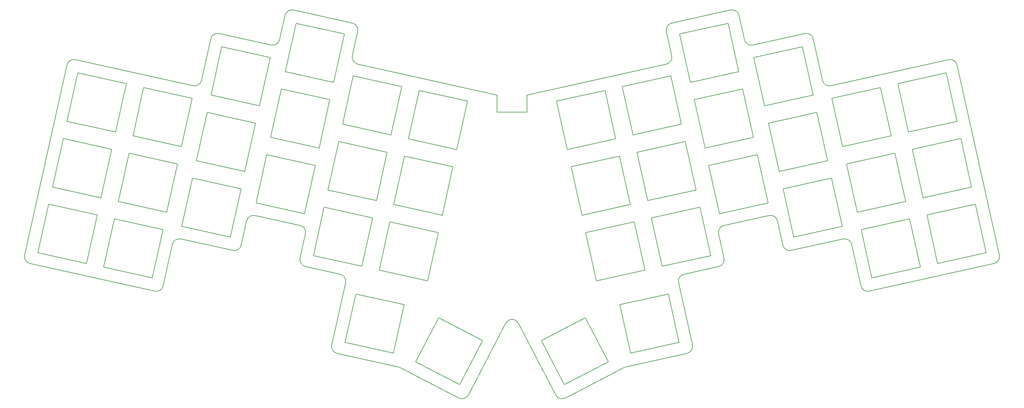
<source format=gbr>
%TF.GenerationSoftware,KiCad,Pcbnew,8.0.7*%
%TF.CreationDate,2025-03-02T17:27:45+01:00*%
%TF.ProjectId,switchplate,73776974-6368-4706-9c61-74652e6b6963,v1.0.0*%
%TF.SameCoordinates,Original*%
%TF.FileFunction,Profile,NP*%
%FSLAX46Y46*%
G04 Gerber Fmt 4.6, Leading zero omitted, Abs format (unit mm)*
G04 Created by KiCad (PCBNEW 8.0.7) date 2025-03-02 17:27:45*
%MOMM*%
%LPD*%
G01*
G04 APERTURE LIST*
%TA.AperFunction,Profile*%
%ADD10C,0.150000*%
%TD*%
G04 APERTURE END LIST*
D10*
X262772957Y-56060535D02*
G75*
G02*
X265158366Y-57580262I432843J-1952565D01*
G01*
X238602499Y-129533584D02*
X235572344Y-115865440D01*
X291071634Y-77442416D02*
G75*
G02*
X288686081Y-75922721I-432934J1952616D01*
G01*
X108030622Y-117196526D02*
X121698766Y-120226681D01*
X166709649Y-115865440D02*
X163679495Y-129533584D01*
X133223017Y-65934033D02*
X118578577Y-62687438D01*
X126306220Y-115614591D02*
G75*
G02*
X128691683Y-114094914I1952580J-432909D01*
G01*
X270290756Y-96901479D02*
X256622612Y-99931633D01*
X316264029Y-128704910D02*
X313233874Y-115036766D01*
X248091432Y-133063475D02*
G75*
G02*
X249611150Y-130678026I1952568J432875D01*
G01*
X299565730Y-118066920D02*
X302595885Y-131735064D01*
X323558793Y-73825165D02*
X309890649Y-76855319D01*
X99686108Y-131735064D02*
X102716263Y-118066920D01*
X231547351Y-139291909D02*
X234577506Y-152960053D01*
X257152123Y-125421232D02*
X254121968Y-111753087D01*
X185572344Y-95464490D02*
X188602498Y-81796346D01*
X273320911Y-110569623D02*
X270290756Y-96901479D01*
X248397907Y-62832385D02*
X251428062Y-76500529D01*
X301888979Y-135476760D02*
X337035636Y-127684933D01*
X276470874Y-101677056D02*
X290139018Y-98646902D01*
X75693045Y-87493309D02*
X89361189Y-90523463D01*
X314003002Y-95404943D02*
X317033156Y-109073087D01*
X294520762Y-120721782D02*
G75*
G02*
X296906247Y-122241492I432938J-1952518D01*
G01*
X102778485Y-133957047D02*
X105375760Y-122241495D01*
X251987345Y-150636803D02*
G75*
G02*
X250467630Y-153022260I-1952545J-432897D01*
G01*
X239371626Y-109901762D02*
X253039770Y-106871607D01*
X158798015Y-128451386D02*
X161828169Y-114783242D01*
X327671146Y-92374789D02*
X314003002Y-95404943D01*
X106828615Y-99517296D02*
X93160471Y-96487141D01*
X157066498Y-136261754D02*
X154036343Y-149929898D01*
X154036343Y-149929898D02*
X167704487Y-152960053D01*
X196890996Y-80048309D02*
G75*
G02*
X196844617Y-80038603I386204J1961009D01*
G01*
X260893818Y-126128137D02*
G75*
G02*
X259374105Y-128513609I-1952618J-432863D01*
G01*
X331783499Y-110924413D02*
X318115354Y-113954567D01*
X326651170Y-71603182D02*
X338555348Y-125299462D01*
X217791847Y-100345970D02*
X220822002Y-114014115D01*
X151814361Y-153022275D02*
G75*
G02*
X150294712Y-150636818I432939J1952575D01*
G01*
X103798461Y-113185440D02*
X106828615Y-99517296D01*
X75630823Y-71603182D02*
G75*
G02*
X78016284Y-70083515I1952577J-432918D01*
G01*
X65246358Y-127684933D02*
G75*
G02*
X63726686Y-125299471I432842J1952533D01*
G01*
X294251371Y-117196526D02*
X291221216Y-103528382D01*
X249611145Y-130678004D02*
X259374105Y-128513608D01*
X302595885Y-131735064D02*
X316264029Y-128704910D01*
X245215496Y-136261754D02*
X231547351Y-139291909D01*
X269058976Y-65934033D02*
G75*
G02*
X266673510Y-64414319I-432976J1952433D01*
G01*
X234490146Y-110983960D02*
X231459991Y-97315816D01*
X156106069Y-59740008D02*
X139509036Y-56060535D01*
X184490146Y-100345970D02*
X170822002Y-97315816D01*
X111060777Y-103528382D02*
X108030622Y-117196526D01*
X140215942Y-59802230D02*
X137185787Y-73470374D01*
X269208558Y-92019999D02*
X266178404Y-78351855D01*
X196890997Y-84865341D02*
X205390997Y-84865341D01*
X266673505Y-64414320D02*
X265158428Y-57580248D01*
X231459991Y-97315816D02*
X217791847Y-100345970D01*
X167704487Y-152960053D02*
X170734642Y-139291909D01*
X262066051Y-59802230D02*
X248397907Y-62832385D01*
X209413669Y-149431456D02*
X215878149Y-161849608D01*
X119285482Y-66429134D02*
X116255327Y-80097278D01*
X153884086Y-62832385D02*
X140215942Y-59802230D01*
X90130317Y-110155285D02*
X103798461Y-113185440D01*
X128841273Y-88008912D02*
X115173129Y-84978758D01*
X312920804Y-90523463D02*
X326588948Y-87493309D01*
X165940522Y-96233618D02*
X152272377Y-93203463D01*
X169066359Y-156846951D02*
G75*
G02*
X169556974Y-157025526I-432959J-1952749D01*
G01*
X163679495Y-129533584D02*
X177347639Y-132563739D01*
X107910814Y-94635816D02*
X110940968Y-80967672D01*
X173985692Y-155385127D02*
X186403844Y-161849608D01*
X230377793Y-92434336D02*
X227347639Y-78766192D01*
X224934354Y-132563739D02*
X238602499Y-129533584D01*
X142903252Y-119294065D02*
X141388175Y-126128137D01*
X156110704Y-68959552D02*
X157625781Y-62125479D01*
X234577506Y-152960053D02*
X248245650Y-149929898D01*
X170052874Y-77683994D02*
X156384730Y-74653839D01*
X296906233Y-122241495D02*
X299503508Y-133957047D01*
X128691691Y-114094878D02*
X141383539Y-116908593D01*
X67468340Y-124592557D02*
X81136484Y-127622711D01*
X171904200Y-92434336D02*
X185572344Y-95464490D01*
X309890649Y-76855319D02*
X312920804Y-90523463D01*
X133073435Y-92019999D02*
X146741579Y-95050153D01*
X334813653Y-124592557D02*
X331783499Y-110924413D01*
X93160471Y-96487141D02*
X90130317Y-110155285D01*
X251428062Y-76500529D02*
X265096206Y-73470374D01*
X215878149Y-161849608D02*
X228296301Y-155385127D01*
X288686163Y-75922703D02*
X286088888Y-64207151D01*
X81136484Y-127622711D02*
X84166639Y-113954567D01*
X309121522Y-96487141D02*
X295453378Y-99517296D01*
X151814360Y-153022275D02*
X169066359Y-156846951D01*
X186403844Y-161849608D02*
X192868324Y-149431456D01*
X94242670Y-91605661D02*
X107910814Y-94635816D01*
X84166639Y-113954567D02*
X70498495Y-110924413D01*
X169556977Y-157025521D02*
X186118240Y-165646769D01*
X250009616Y-93203463D02*
X236341471Y-96233618D01*
X326588948Y-87493309D02*
X323558793Y-73825165D01*
X216163753Y-165646769D02*
G75*
G02*
X213466307Y-164796206I-923453J1773969D01*
G01*
X85248837Y-109073087D02*
X88278991Y-95404943D01*
X162910367Y-109901762D02*
X165940522Y-96233618D01*
X321145509Y-127622711D02*
X334813653Y-124592557D01*
X137185787Y-73470374D02*
X150853931Y-76500529D01*
X248091432Y-133063475D02*
X251987345Y-150636804D01*
X141383540Y-116908593D02*
G75*
G02*
X142903299Y-119294075I-432840J-1952607D01*
G01*
X180377793Y-118895595D02*
X166709649Y-115865440D01*
X153354576Y-88321983D02*
X167022720Y-91352138D01*
X70498495Y-110924413D02*
X67468340Y-124592557D01*
X255540414Y-95050153D02*
X269208558Y-92019999D01*
X228296301Y-155385127D02*
X221831820Y-142966976D01*
X283703416Y-62687438D02*
X269058976Y-65934033D01*
X124728921Y-106558537D02*
X111060777Y-103528382D01*
X205437376Y-80038602D02*
G75*
G02*
X205390997Y-80048308I-432576J1951302D01*
G01*
X216709649Y-95464490D02*
X230377793Y-92434336D01*
X89048119Y-115036766D02*
X86017964Y-128704910D01*
X248245650Y-149929898D02*
X245215496Y-136261754D01*
X240453824Y-114783242D02*
X243483978Y-128451386D01*
X232725016Y-157025521D02*
G75*
G02*
X233215635Y-156846955I923684J-1774579D01*
G01*
X88278991Y-95404943D02*
X74610847Y-92374789D01*
X282996511Y-66429134D02*
X269328367Y-69459288D01*
X115173129Y-84978758D02*
X112142975Y-98646902D01*
X177347639Y-132563739D02*
X180377793Y-118895595D01*
X245897263Y-74653839D02*
X232229119Y-77683994D01*
X150853931Y-76500529D02*
X153884086Y-62832385D01*
X142907888Y-128513608D02*
X152670848Y-130678004D01*
X290139018Y-98646902D02*
X287108864Y-84978758D01*
X253039770Y-106871607D02*
X250009616Y-93203463D01*
X121698766Y-120226681D02*
X124728921Y-106558537D01*
X116255327Y-80097278D02*
X129923472Y-83127432D01*
X142629226Y-113599777D02*
X145659381Y-99931633D01*
X156106068Y-59740008D02*
G75*
G02*
X157625715Y-62125464I-432968J-1952592D01*
G01*
X205437376Y-80038602D02*
X244651576Y-71345023D01*
X199366976Y-144527547D02*
G75*
G02*
X202915018Y-144527547I1774021J-923498D01*
G01*
X97272824Y-77937517D02*
X94242670Y-91605661D01*
X152272377Y-93203463D02*
X149242223Y-106871607D01*
X113595830Y-75922703D02*
G75*
G02*
X111210353Y-77442442I-1952630J432903D01*
G01*
X259378741Y-119294064D02*
G75*
G02*
X260898447Y-116908561I1952659J432864D01*
G01*
X301888979Y-135476760D02*
G75*
G02*
X299503489Y-133957051I-432979J1952460D01*
G01*
X313233874Y-115036766D02*
X299565730Y-118066920D01*
X259652767Y-113599777D02*
X273320911Y-110569623D01*
X243483978Y-128451386D02*
X257152123Y-125421232D01*
X149242223Y-106871607D02*
X162910367Y-109901762D01*
X277553072Y-106558537D02*
X280583227Y-120226681D01*
X188815759Y-164796244D02*
X199366975Y-144527547D01*
X116193105Y-64207151D02*
X113595830Y-75922703D01*
X275975773Y-115614591D02*
X277490850Y-122448663D01*
X161828169Y-114783242D02*
X148160025Y-111753087D01*
X132953626Y-69459288D02*
X119285482Y-66429134D01*
X236341471Y-96233618D02*
X239371626Y-109901762D01*
X221831820Y-142966976D02*
X209413669Y-149431456D01*
X150294648Y-150636804D02*
X154190561Y-133063475D01*
X287108864Y-84978758D02*
X273440720Y-88008912D01*
X174934354Y-78766192D02*
X171904200Y-92434336D01*
X157630417Y-71345023D02*
X196844617Y-80038602D01*
X116193105Y-64207150D02*
G75*
G02*
X118578583Y-62687412I1952595J-432850D01*
G01*
X262772957Y-56060535D02*
X246175924Y-59740008D01*
X227347639Y-78766192D02*
X213679495Y-81796346D01*
X131991236Y-96901479D02*
X128961082Y-110569623D01*
X252510260Y-81382009D02*
X255540414Y-95050153D01*
X192868324Y-149431456D02*
X180450173Y-142966976D01*
X102716263Y-118066920D02*
X89048119Y-115036766D01*
X272358522Y-83127432D02*
X286026666Y-80097278D01*
X283703417Y-62687438D02*
G75*
G02*
X286088828Y-64207164I432783J-1952662D01*
G01*
X124791143Y-122448663D02*
G75*
G02*
X122405682Y-123968331I-1952543J432863D01*
G01*
X269328367Y-69459288D02*
X272358522Y-83127432D01*
X318115354Y-113954567D02*
X321145509Y-127622711D01*
X170734642Y-139291909D02*
X157066498Y-136261754D01*
X78723200Y-73825165D02*
X75693045Y-87493309D01*
X291071634Y-77442416D02*
X324265699Y-70083469D01*
X102778485Y-133957047D02*
G75*
G02*
X100393020Y-135476733I-1952485J432747D01*
G01*
X71580693Y-106042933D02*
X85248837Y-109073087D01*
X181459991Y-114014115D02*
X184490146Y-100345970D01*
X63726645Y-125299462D02*
X75630823Y-71603182D01*
X74610847Y-92374789D02*
X71580693Y-106042933D01*
X142907888Y-128513608D02*
G75*
G02*
X141388107Y-126128122I432812J1952608D01*
G01*
X188815759Y-164796244D02*
G75*
G02*
X186118246Y-165646758I-1774059J923644D01*
G01*
X220822002Y-114014115D02*
X234490146Y-110983960D01*
X338555348Y-125299461D02*
G75*
G02*
X337035635Y-127684927I-1952648J-432839D01*
G01*
X128961082Y-110569623D02*
X142629226Y-113599777D01*
X78016294Y-70083469D02*
X111210359Y-77442416D01*
X92391344Y-76855319D02*
X78723200Y-73825165D01*
X305009169Y-77937517D02*
X291341025Y-80967672D01*
X317033156Y-109073087D02*
X330701300Y-106042933D01*
X156384730Y-74653839D02*
X153354576Y-88321983D01*
X280583227Y-120226681D02*
X294251371Y-117196526D01*
X167022720Y-91352138D02*
X170052874Y-77683994D01*
X235572344Y-115865440D02*
X221904200Y-118895595D01*
X112142975Y-98646902D02*
X125811119Y-101677056D01*
X135608488Y-64414320D02*
G75*
G02*
X133223025Y-65933998I-1952588J432920D01*
G01*
X244656212Y-62125480D02*
G75*
G02*
X246175925Y-59740011I1952588J432880D01*
G01*
X232229119Y-77683994D02*
X235259273Y-91352138D01*
X105375760Y-122241495D02*
G75*
G02*
X107761239Y-120721745I1952640J-432905D01*
G01*
X248927417Y-88321983D02*
X245897263Y-74653839D01*
X286026666Y-80097278D02*
X282996511Y-66429134D01*
X167791847Y-110983960D02*
X181459991Y-114014115D01*
X295453378Y-99517296D02*
X298483532Y-113185440D01*
X221904200Y-118895595D02*
X224934354Y-132563739D01*
X294371179Y-94635816D02*
X308039324Y-91605661D01*
X298483532Y-113185440D02*
X312151676Y-110155285D01*
X324265699Y-70083469D02*
G75*
G02*
X326651108Y-71603196I432801J-1952631D01*
G01*
X152670848Y-130678004D02*
G75*
G02*
X154190514Y-133063465I-432948J-1952596D01*
G01*
X145659381Y-99931633D02*
X131991236Y-96901479D01*
X265096206Y-73470374D02*
X262066051Y-59802230D01*
X65246357Y-127684933D02*
X100393014Y-135476760D01*
X205390997Y-84865341D02*
X205390997Y-80048309D01*
X312151676Y-110155285D02*
X309121522Y-96487141D01*
X235259273Y-91352138D02*
X248927417Y-88321983D01*
X125811119Y-101677056D02*
X128841273Y-88008912D01*
X89361189Y-90523463D02*
X92391344Y-76855319D01*
X256622612Y-99931633D02*
X259652767Y-113599777D01*
X149771733Y-81382009D02*
X136103589Y-78351855D01*
X291221216Y-103528382D02*
X277553072Y-106558537D01*
X145129870Y-125421232D02*
X158798015Y-128451386D01*
X110940968Y-80967672D02*
X97272824Y-77937517D01*
X196890996Y-80048309D02*
X196890997Y-84865341D01*
X308039324Y-91605661D02*
X305009169Y-77937517D01*
X260893818Y-126128137D02*
X259378741Y-119294065D01*
X330701300Y-106042933D02*
X327671146Y-92374789D01*
X137123565Y-57580248D02*
G75*
G02*
X139509026Y-56060581I1952535J-432852D01*
G01*
X244656212Y-62125479D02*
X246171289Y-68959552D01*
X124791143Y-122448663D02*
X126306220Y-115614591D01*
X170822002Y-97315816D02*
X167791847Y-110983960D01*
X86017964Y-128704910D02*
X99686108Y-131735064D01*
X246171289Y-68959552D02*
G75*
G02*
X244651584Y-71345059I-1952689J-432848D01*
G01*
X202915018Y-144527547D02*
X213466234Y-164796244D01*
X148160025Y-111753087D02*
X145129870Y-125421232D01*
X107761231Y-120721782D02*
X122405672Y-123968376D01*
X157630417Y-71345023D02*
G75*
G02*
X156110713Y-68959554I432783J1952523D01*
G01*
X279876321Y-123968376D02*
X294520762Y-120721782D01*
X129923472Y-83127432D02*
X132953626Y-69459288D01*
X216163753Y-165646769D02*
X232725016Y-157025521D01*
X146741579Y-95050153D02*
X149771733Y-81382009D01*
X213679495Y-81796346D02*
X216709649Y-95464490D01*
X136103589Y-78351855D02*
X133073435Y-92019999D01*
X291341025Y-80967672D02*
X294371179Y-94635816D01*
X273440720Y-88008912D02*
X276470874Y-101677056D01*
X180450173Y-142966976D02*
X173985692Y-155385127D01*
X266178404Y-78351855D02*
X252510260Y-81382009D01*
X254121968Y-111753087D02*
X240453824Y-114783242D01*
X233215634Y-156846951D02*
X250467633Y-153022275D01*
X137123565Y-57580248D02*
X135608488Y-64414320D01*
X273590302Y-114094878D02*
G75*
G02*
X275975701Y-115614607I432798J-1952622D01*
G01*
X260898454Y-116908593D02*
X273590302Y-114094878D01*
X279876321Y-123968376D02*
G75*
G02*
X277490929Y-122448645I-432821J1952576D01*
G01*
X188602498Y-81796346D02*
X174934354Y-78766192D01*
M02*

</source>
